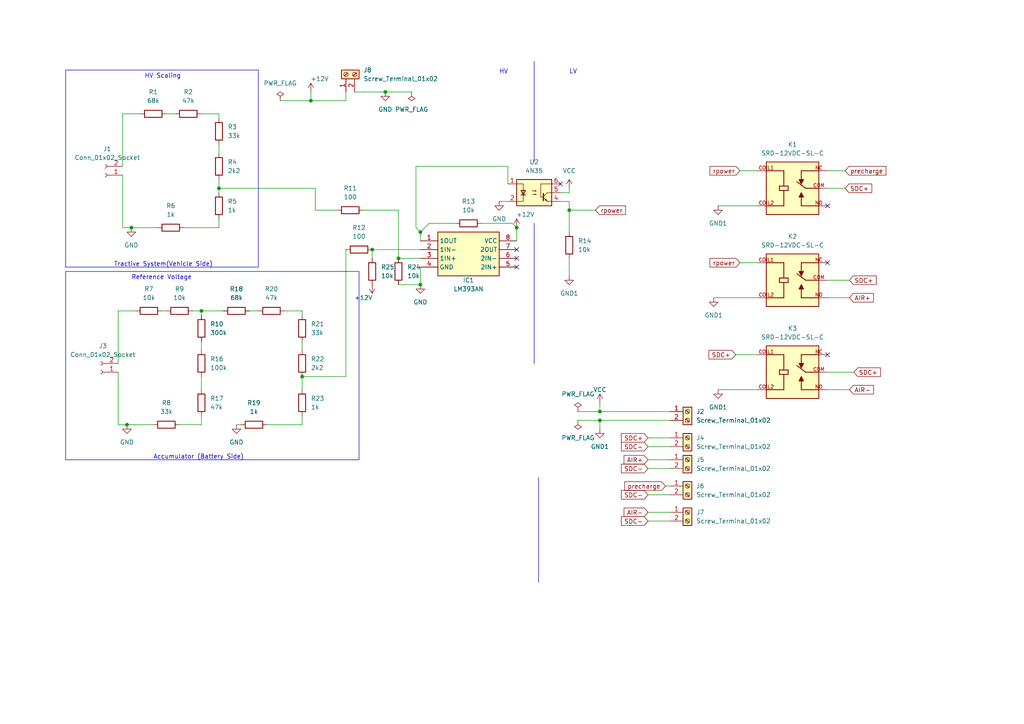
<source format=kicad_sch>
(kicad_sch (version 20230121) (generator eeschema)
  (paper "A4")
  (lib_symbols
    (symbol "Connector:Conn_01x02_Socket" (pin_names (offset 1.016) hide)
      (property "Reference" "J" (at 0 2.54 0))
      (property "Value" "Conn_01x02_Socket" (at 0 -5.08 0))
      (symbol "Conn_01x02_Socket_1_1"
        (arc (start 0 -2.032) (mid -0.5058 -2.54) (end 0 -3.048) (stroke (width 0.1524)))
        (polyline (pts (xy -1.27 -2.54) (xy -0.508 -2.54)) (stroke (width 0.1524)))
        (polyline (pts (xy -1.27 0) (xy -0.508 0)) (stroke (width 0.1524)))
        (arc (start 0 0.508) (mid -0.5058 0) (end 0 -0.508) (stroke (width 0.1524)))
        (pin passive line (at -5.08 0 0) (length 3.81) (name "Pin_1") (number "1"))
        (pin passive line (at -5.08 -2.54 0) (length 3.81) (name "Pin_2") (number "2"))
      )
    )
    (symbol "Connector:Screw_Terminal_01x02" (pin_names (offset 1.016) hide)
      (property "Reference" "J" (at 0 2.54 0))
      (property "Value" "Screw_Terminal_01x02" (at 0 -5.08 0))
      (symbol "Screw_Terminal_01x02_1_1"
        (rectangle (start -1.27 1.27) (end 1.27 -3.81) (stroke (width 0.254)) (fill (type background)))
        (circle (center 0 -2.54) (radius 0.635) (stroke (width 0.1524)))
        (polyline (pts (xy -0.5334 -2.2098) (xy 0.3302 -3.048)) (stroke (width 0.1524)))
        (polyline (pts (xy -0.5334 0.3302) (xy 0.3302 -0.508)) (stroke (width 0.1524)))
        (polyline (pts (xy -0.3556 -2.032) (xy 0.508 -2.8702)) (stroke (width 0.1524)))
        (polyline (pts (xy -0.3556 0.508) (xy 0.508 -0.3302)) (stroke (width 0.1524)))
        (circle (center 0 0) (radius 0.635) (stroke (width 0.1524)))
        (pin passive line (at -5.08 0 0) (length 3.81) (name "Pin_1") (number "1"))
        (pin passive line (at -5.08 -2.54 0) (length 3.81) (name "Pin_2") (number "2"))
      )
    )
    (symbol "Device:R" (pin_numbers hide) (pin_names (offset 0))
      (property "Reference" "R" (at 2.032 0 90))
      (property "Value" "R" (at 0 0 90))
      (symbol "R_0_1"
        (rectangle (start -1.016 -2.54) (end 1.016 2.54) (stroke (width 0.254)))
      )
      (symbol "R_1_1"
        (pin passive line (at 0 3.81 270) (length 1.27) (name "~") (number "1"))
        (pin passive line (at 0 -3.81 90) (length 1.27) (name "~") (number "2"))
      )
    )
    (symbol "Isolator:4N35" (pin_names (offset 1.016))
      (property "Reference" "U" (at -5.08 5.08 0))
      (property "Value" "4N35" (at 0 5.08 0))
      (symbol "4N35_0_1"
        (rectangle (start -5.08 3.81) (end 5.08 -3.81) (stroke (width 0.254)) (fill (type background)))
        (polyline (pts (xy -3.81 -0.635) (xy -2.54 -0.635)) (stroke (width 0.254)))
        (polyline (pts (xy 2.667 -1.397) (xy 3.81 -2.54)))
        (polyline (pts (xy 2.667 -1.143) (xy 3.81 0)))
        (polyline (pts (xy 3.81 -2.54) (xy 5.08 -2.54)))
        (polyline (pts (xy 3.81 0) (xy 5.08 0)))
        (polyline (pts (xy 2.667 -0.254) (xy 2.667 -2.286) (xy 2.667 -2.286)) (stroke (width 0.3556)))
        (polyline (pts (xy -5.08 -2.54) (xy -3.175 -2.54) (xy -3.175 2.54) (xy -5.08 2.54)))
        (polyline (pts (xy -3.175 -0.635) (xy -3.81 0.635) (xy -2.54 0.635) (xy -3.175 -0.635)) (stroke (width 0.254)))
        (polyline (pts (xy 3.683 -2.413) (xy 3.429 -1.905) (xy 3.175 -2.159) (xy 3.683 -2.413)))
        (polyline (pts (xy 5.08 2.54) (xy 1.905 2.54) (xy 1.905 -1.27) (xy 2.54 -1.27)))
        (polyline (pts (xy -0.635 -0.508) (xy 0.635 -0.508) (xy 0.254 -0.635) (xy 0.254 -0.381) (xy 0.635 -0.508)))
        (polyline (pts (xy -0.635 0.508) (xy 0.635 0.508) (xy 0.254 0.381) (xy 0.254 0.635) (xy 0.635 0.508)))
      )
      (symbol "4N35_1_1"
        (pin passive line (at -7.62 2.54 0) (length 2.54) (name "~") (number "1"))
        (pin passive line (at -7.62 -2.54 0) (length 2.54) (name "~") (number "2"))
        (pin no_connect line (at -5.08 0 0) (length 2.54) hide (name "NC") (number "3"))
        (pin passive line (at 7.62 -2.54 180) (length 2.54) (name "~") (number "4"))
        (pin passive line (at 7.62 0 180) (length 2.54) (name "~") (number "5"))
        (pin passive line (at 7.62 2.54 180) (length 2.54) (name "~") (number "6"))
      )
    )
    (symbol "LM393AN:LM393AN"
      (property "Reference" "IC" (at 24.13 7.62 0))
      (property "Value" "LM393AN" (at 24.13 5.08 0))
      (symbol "LM393AN_1_1"
        (rectangle (start 5.08 2.54) (end 22.86 -10.16) (stroke (width 0.254)) (fill (type background)))
        (pin passive line (at 0 0 0) (length 5.08) (name "1OUT") (number "1"))
        (pin passive line (at 0 -2.54 0) (length 5.08) (name "1IN-") (number "2"))
        (pin passive line (at 0 -5.08 0) (length 5.08) (name "1IN+") (number "3"))
        (pin passive line (at 0 -7.62 0) (length 5.08) (name "GND") (number "4"))
        (pin passive line (at 27.94 -7.62 180) (length 5.08) (name "2IN+") (number "5"))
        (pin passive line (at 27.94 -5.08 180) (length 5.08) (name "2IN-") (number "6"))
        (pin passive line (at 27.94 -2.54 180) (length 5.08) (name "2OUT") (number "7"))
        (pin passive line (at 27.94 0 180) (length 5.08) (name "VCC") (number "8"))
      )
    )
    (symbol "SRD-12VDC-SL-C[1]:SRD-12VDC-SL-C" (pin_names (offset 1.016))
      (property "Reference" "K" (at -7.62 8.89 0))
      (property "Value" "SRD-12VDC-SL-C" (at -7.62 -10.16 0))
      (symbol "SRD-12VDC-SL-C_0_0"
        (rectangle (start -7.62 -7.62) (end 7.62 7.62) (stroke (width 0.254)) (fill (type background)))
        (polyline (pts (xy -7.62 -5.08) (xy -2.54 -5.08)) (stroke (width 0.254)))
        (polyline (pts (xy -7.62 5.08) (xy -2.54 5.08)) (stroke (width 0.254)))
        (polyline (pts (xy -3.81 -0.635) (xy -3.81 0.635)) (stroke (width 0.254)))
        (polyline (pts (xy -3.81 0.635) (xy -2.54 0.635)) (stroke (width 0.254)))
        (polyline (pts (xy -2.54 -0.635) (xy -3.81 -0.635)) (stroke (width 0.254)))
        (polyline (pts (xy -2.54 -0.635) (xy -2.54 -5.08)) (stroke (width 0.254)))
        (polyline (pts (xy -2.54 0.635) (xy -1.27 0.635)) (stroke (width 0.254)))
        (polyline (pts (xy -2.54 5.08) (xy -2.54 0.635)) (stroke (width 0.254)))
        (polyline (pts (xy -1.27 -0.635) (xy -2.54 -0.635)) (stroke (width 0.254)))
        (polyline (pts (xy -1.27 0.635) (xy -1.27 -0.635)) (stroke (width 0.254)))
        (polyline (pts (xy 2.54 -5.08) (xy 2.54 -2.54)) (stroke (width 0.254)))
        (polyline (pts (xy 2.54 5.08) (xy 2.54 2.54)) (stroke (width 0.254)))
        (polyline (pts (xy 2.54 5.08) (xy 7.62 5.08)) (stroke (width 0.254)))
        (polyline (pts (xy 3.81 0) (xy 1.27 1.905)) (stroke (width 0.254)))
        (polyline (pts (xy 7.62 -5.08) (xy 2.54 -5.08)) (stroke (width 0.254)))
        (polyline (pts (xy 7.62 0) (xy 3.81 0)) (stroke (width 0.254)))
        (polyline (pts (xy 1.905 -2.54) (xy 3.175 -2.54) (xy 2.54 -1.27) (xy 1.905 -2.54)) (stroke (width 0.254)) (fill (type outline)))
        (polyline (pts (xy 3.175 2.54) (xy 1.905 2.54) (xy 2.54 1.27) (xy 3.175 2.54)) (stroke (width 0.254)) (fill (type outline)))
        (pin passive line (at -10.16 5.08 0) (length 5.08) (name "~") (number "COIL1"))
        (pin passive line (at -10.16 -5.08 0) (length 5.08) (name "~") (number "COIL2"))
        (pin passive line (at 10.16 0 180) (length 5.08) (name "~") (number "COM"))
        (pin passive line (at 10.16 5.08 180) (length 5.08) (name "~") (number "NC"))
        (pin passive line (at 10.16 -5.08 180) (length 5.08) (name "~") (number "NO"))
      )
    )
    (symbol "power:+12V" (power) (pin_names (offset 0))
      (property "Value" "+12V" (at 0 3.556 0))
      (symbol "+12V_0_1"
        (polyline (pts (xy -0.762 1.27) (xy 0 2.54)))
        (polyline (pts (xy 0 0) (xy 0 2.54)))
        (polyline (pts (xy 0 2.54) (xy 0.762 1.27)))
      )
      (symbol "+12V_1_1"
        (pin power_in line (at 0 0 90) (length 0) hide (name "+12V") (number "1"))
      )
    )
    (symbol "power:GND" (power) (pin_names (offset 0))
      (property "Value" "GND" (at 0 -3.81 0))
      (symbol "GND_0_1"
        (polyline (pts (xy 0 0) (xy 0 -1.27) (xy 1.27 -1.27) (xy 0 -2.54) (xy -1.27 -1.27) (xy 0 -1.27)))
      )
      (symbol "GND_1_1"
        (pin power_in line (at 0 0 270) (length 0) hide (name "GND") (number "1"))
      )
    )
    (symbol "power:GND1" (power) (pin_names (offset 0))
      (property "Value" "GND1" (at 0 -3.81 0))
      (symbol "GND1_0_1"
        (polyline (pts (xy 0 0) (xy 0 -1.27) (xy 1.27 -1.27) (xy 0 -2.54) (xy -1.27 -1.27) (xy 0 -1.27)))
      )
      (symbol "GND1_1_1"
        (pin power_in line (at 0 0 270) (length 0) hide (name "GND1") (number "1"))
      )
    )
    (symbol "power:PWR_FLAG" (power) (pin_numbers hide) (pin_names (offset 0) hide)
      (property "Value" "PWR_FLAG" (at 0 3.81 0))
      (symbol "PWR_FLAG_0_0"
        (pin power_out line (at 0 0 90) (length 0) (name "pwr") (number "1"))
      )
      (symbol "PWR_FLAG_0_1"
        (polyline (pts (xy 0 0) (xy 0 1.27) (xy -1.016 1.905) (xy 0 2.54) (xy 1.016 1.905) (xy 0 1.27)))
      )
    )
    (symbol "power:VCC" (power) (pin_names (offset 0))
      (property "Value" "VCC" (at 0 3.81 0))
      (symbol "VCC_0_1"
        (polyline (pts (xy -0.762 1.27) (xy 0 2.54)))
        (polyline (pts (xy 0 0) (xy 0 2.54)))
        (polyline (pts (xy 0 2.54) (xy 0.762 1.27)))
      )
      (symbol "VCC_1_1"
        (pin power_in line (at 0 0 90) (length 0) hide (name "VCC") (number "1"))
      )
    )
  )
  (junction (at 165.1 60.96))
  (junction (at 36.83 123.19))
  (junction (at 173.99 121.92))
  (junction (at 87.63 109.22))
  (junction (at 149.86 66.04))
  (junction (at 121.92 82.55))
  (junction (at 63.5 54.61))
  (junction (at 38.1 66.04))
  (junction (at 115.57 74.93))
  (junction (at 107.95 72.39))
  (junction (at 58.42 90.17))
  (junction (at 90.17 29.21))
  (junction (at 121.92 67.31))
  (junction (at 173.99 119.38))
  (junction (at 111.76 26.67))
  (no_connect (at 162.56 53.34))
  (no_connect (at 240.03 102.87))
  (no_connect (at 149.86 74.93))
  (no_connect (at 149.86 77.47))
  (no_connect (at 240.03 59.69))
  (no_connect (at 240.03 76.2))
  (no_connect (at 149.86 72.39))
  (wire (pts (xy 173.99 121.92) (xy 173.99 124.46)))
  (wire (pts (xy 187.96 143.51) (xy 194.31 143.51)))
  (wire (pts (xy 208.28 113.03) (xy 219.71 113.03)))
  (wire (pts (xy 90.17 29.21) (xy 100.33 29.21)))
  (wire (pts (xy 55.88 90.17) (xy 58.42 90.17)))
  (wire (pts (xy 149.86 66.04) (xy 149.86 69.85)))
  (wire (pts (xy 81.28 29.21) (xy 90.17 29.21)))
  (wire (pts (xy 100.33 26.67) (xy 100.33 29.21)))
  (wire (pts (xy 187.96 129.54) (xy 194.31 129.54)))
  (wire (pts (xy 77.47 123.19) (xy 87.63 123.19)))
  (wire (pts (xy 111.76 26.67) (xy 119.38 26.67)))
  (wire (pts (xy 35.56 33.02) (xy 40.64 33.02)))
  (wire (pts (xy 52.07 123.19) (xy 58.42 123.19)))
  (wire (pts (xy 213.36 102.87) (xy 219.71 102.87)))
  (wire (pts (xy 53.34 66.04) (xy 63.5 66.04)))
  (wire (pts (xy 58.42 109.22) (xy 58.42 113.03)))
  (wire (pts (xy 187.96 148.59) (xy 194.31 148.59)))
  (wire (pts (xy 214.63 76.2) (xy 219.71 76.2)))
  (wire (pts (xy 120.65 48.26) (xy 147.32 48.26)))
  (wire (pts (xy 240.03 54.61) (xy 245.11 54.61)))
  (wire (pts (xy 105.41 60.96) (xy 115.57 60.96)))
  (wire (pts (xy 115.57 60.96) (xy 115.57 74.93)))
  (wire (pts (xy 115.57 82.55) (xy 121.92 82.55)))
  (wire (pts (xy 167.64 121.92) (xy 173.99 121.92)))
  (wire (pts (xy 38.1 66.04) (xy 45.72 66.04)))
  (wire (pts (xy 187.96 127) (xy 194.31 127)))
  (wire (pts (xy 162.56 58.42) (xy 165.1 58.42)))
  (wire (pts (xy 91.44 54.61) (xy 91.44 60.96)))
  (wire (pts (xy 72.39 90.17) (xy 74.93 90.17)))
  (wire (pts (xy 35.56 50.8) (xy 35.56 66.04)))
  (wire (pts (xy 173.99 119.38) (xy 194.31 119.38)))
  (wire (pts (xy 34.29 123.19) (xy 36.83 123.19)))
  (wire (pts (xy 63.5 52.07) (xy 63.5 54.61)))
  (wire (pts (xy 121.92 67.31) (xy 121.92 69.85)))
  (wire (pts (xy 100.33 72.39) (xy 100.33 109.22)))
  (wire (pts (xy 165.1 74.93) (xy 165.1 80.01)))
  (wire (pts (xy 35.56 66.04) (xy 38.1 66.04)))
  (wire (pts (xy 58.42 99.06) (xy 58.42 101.6)))
  (wire (pts (xy 121.92 77.47) (xy 121.92 82.55)))
  (wire (pts (xy 58.42 33.02) (xy 63.5 33.02)))
  (wire (pts (xy 187.96 151.13) (xy 194.31 151.13)))
  (wire (pts (xy 87.63 109.22) (xy 87.63 113.03)))
  (wire (pts (xy 36.83 123.19) (xy 44.45 123.19)))
  (wire (pts (xy 107.95 72.39) (xy 107.95 74.93)))
  (wire (pts (xy 207.01 86.36) (xy 219.71 86.36)))
  (wire (pts (xy 82.55 90.17) (xy 87.63 90.17)))
  (wire (pts (xy 87.63 109.22) (xy 100.33 109.22)))
  (wire (pts (xy 165.1 55.88) (xy 162.56 55.88)))
  (wire (pts (xy 240.03 107.95) (xy 247.65 107.95)))
  (wire (pts (xy 34.29 107.95) (xy 34.29 123.19)))
  (wire (pts (xy 48.26 33.02) (xy 50.8 33.02)))
  (wire (pts (xy 58.42 90.17) (xy 58.42 91.44)))
  (wire (pts (xy 34.29 105.41) (xy 34.29 90.17)))
  (wire (pts (xy 63.5 54.61) (xy 63.5 55.88)))
  (wire (pts (xy 34.29 90.17) (xy 39.37 90.17)))
  (wire (pts (xy 173.99 116.84) (xy 173.99 119.38)))
  (wire (pts (xy 90.17 26.67) (xy 90.17 29.21)))
  (wire (pts (xy 165.1 58.42) (xy 165.1 60.96)))
  (wire (pts (xy 240.03 49.53) (xy 245.11 49.53)))
  (wire (pts (xy 147.32 48.26) (xy 147.32 53.34)))
  (wire (pts (xy 107.95 72.39) (xy 121.92 72.39)))
  (wire (pts (xy 87.63 90.17) (xy 87.63 91.44)))
  (wire (pts (xy 187.96 135.89) (xy 194.31 135.89)))
  (wire (pts (xy 173.99 121.92) (xy 194.31 121.92)))
  (wire (pts (xy 46.99 90.17) (xy 48.26 90.17)))
  (wire (pts (xy 63.5 54.61) (xy 91.44 54.61)))
  (wire (pts (xy 165.1 60.96) (xy 165.1 67.31)))
  (wire (pts (xy 214.63 49.53) (xy 219.71 49.53)))
  (wire (pts (xy 139.7 64.77) (xy 148.59 64.77)))
  (wire (pts (xy 63.5 41.91) (xy 63.5 44.45)))
  (wire (pts (xy 102.87 26.67) (xy 111.76 26.67)))
  (wire (pts (xy 124.46 64.77) (xy 121.92 67.31)))
  (wire (pts (xy 165.1 60.96) (xy 172.72 60.96)))
  (wire (pts (xy 240.03 113.03) (xy 246.38 113.03)))
  (wire (pts (xy 35.56 48.26) (xy 35.56 33.02)))
  (wire (pts (xy 87.63 123.19) (xy 87.63 120.65)))
  (wire (pts (xy 208.28 59.69) (xy 219.71 59.69)))
  (wire (pts (xy 148.59 64.77) (xy 149.86 66.04)))
  (wire (pts (xy 87.63 99.06) (xy 87.63 101.6)))
  (wire (pts (xy 165.1 54.61) (xy 165.1 55.88)))
  (wire (pts (xy 58.42 123.19) (xy 58.42 120.65)))
  (wire (pts (xy 187.96 133.35) (xy 194.31 133.35)))
  (wire (pts (xy 144.78 58.42) (xy 147.32 58.42)))
  (wire (pts (xy 120.65 66.04) (xy 121.92 67.31)))
  (wire (pts (xy 63.5 33.02) (xy 63.5 34.29)))
  (wire (pts (xy 115.57 74.93) (xy 121.92 74.93)))
  (wire (pts (xy 193.04 140.97) (xy 194.31 140.97)))
  (wire (pts (xy 240.03 81.28) (xy 246.38 81.28)))
  (wire (pts (xy 120.65 48.26) (xy 120.65 66.04)))
  (wire (pts (xy 63.5 66.04) (xy 63.5 63.5)))
  (wire (pts (xy 132.08 64.77) (xy 124.46 64.77)))
  (wire (pts (xy 68.58 123.19) (xy 69.85 123.19)))
  (wire (pts (xy 240.03 86.36) (xy 246.38 86.36)))
  (wire (pts (xy 167.64 119.38) (xy 173.99 119.38)))
  (wire (pts (xy 58.42 90.17) (xy 64.77 90.17)))
  (wire (pts (xy 91.44 60.96) (xy 97.79 60.96)))
  (rectangle (start 154.94 17.78) (end 154.94 46.99))
  (rectangle (start 19.05 78.74) (end 104.14 133.35))
  (rectangle (start 154.94 64.77) (end 154.94 105.41))
  (rectangle (start 156.21 138.43) (end 156.21 168.91))
  (rectangle (start 19.05 20.32) (end 74.93 77.47))
  (text "Tractive System(Vehicle Side)" (at 33.02 77.47 0) (effects (font (size 1.27 1.27)) (justify left bottom)))
  (text "HV" (at 144.78 21.59 0) (effects (font (size 1.27 1.27)) (justify left bottom)))
  (text "LV" (at 165.1 21.59 0) (effects (font (size 1.27 1.27)) (justify left bottom)))
  (text "Reference Voltage" (at 38.1 81.28 0) (effects (font (size 1.27 1.27)) (justify left bottom)))
  (text "Accumulator (Battery Side)" (at 44.45 133.35 0) (effects (font (size 1.27 1.27)) (justify left bottom)))
  (text "HV Scaling" (at 41.91 22.86 0) (effects (font (size 1.27 1.27)) (justify left bottom)))
  (global_label "rpower" (shape input) (at 172.72 60.96 0) (property "Intersheetrefs" "${INTERSHEET_REFS}" (effects hide)))
  (global_label "SDC+" (shape input) (at 246.38 81.28 0) (property "Intersheetrefs" "${INTERSHEET_REFS}" (effects hide)))
  (global_label "AIR+" (shape input) (at 246.38 86.36 0) (property "Intersheetrefs" "${INTERSHEET_REFS}" (effects hide)))
  (global_label "SDC+" (shape input) (at 213.36 102.87 180) (property "Intersheetrefs" "${INTERSHEET_REFS}" (effects hide)))
  (global_label "SDC-" (shape input) (at 187.96 129.54 180) (property "Intersheetrefs" "${INTERSHEET_REFS}" (effects hide)))
  (global_label "SDC-" (shape input) (at 187.96 151.13 180) (property "Intersheetrefs" "${INTERSHEET_REFS}" (effects hide)))
  (global_label "SDC-" (shape input) (at 187.96 143.51 180) (property "Intersheetrefs" "${INTERSHEET_REFS}" (effects hide)))
  (global_label "SDC+" (shape input) (at 245.11 54.61 0) (property "Intersheetrefs" "${INTERSHEET_REFS}" (effects hide)))
  (global_label "SDC-" (shape input) (at 187.96 135.89 180) (property "Intersheetrefs" "${INTERSHEET_REFS}" (effects hide)))
  (global_label "rpower" (shape input) (at 214.63 76.2 180) (property "Intersheetrefs" "${INTERSHEET_REFS}" (effects hide)))
  (global_label "precharge" (shape input) (at 245.11 49.53 0) (property "Intersheetrefs" "${INTERSHEET_REFS}" (effects hide)))
  (global_label "AIR-" (shape input) (at 187.96 148.59 180) (property "Intersheetrefs" "${INTERSHEET_REFS}" (effects hide)))
  (global_label "AIR+" (shape input) (at 187.96 133.35 180) (property "Intersheetrefs" "${INTERSHEET_REFS}" (effects hide)))
  (global_label "rpower" (shape input) (at 214.63 49.53 180) (property "Intersheetrefs" "${INTERSHEET_REFS}" (effects hide)))
  (global_label "SDC+" (shape input) (at 247.65 107.95 0) (property "Intersheetrefs" "${INTERSHEET_REFS}" (effects hide)))
  (global_label "SDC+" (shape input) (at 187.96 127 180) (property "Intersheetrefs" "${INTERSHEET_REFS}" (effects hide)))
  (global_label "AIR-" (shape input) (at 246.38 113.03 0) (property "Intersheetrefs" "${INTERSHEET_REFS}" (effects hide)))
  (global_label "precharge" (shape input) (at 193.04 140.97 180) (property "Intersheetrefs" "${INTERSHEET_REFS}" (effects hide)))
  (symbol (lib_id "Device:R") (at 87.63 105.41 0) (unit 1)
    (property "Reference" "R22" (at 90.17 104.14 0) (effects (justify left)))
    (property "Value" "2k2" (at 90.17 106.68 0) (effects (justify left)))
    (property "Footprint" "Resistor_THT:R_Axial_DIN0207_L6.3mm_D2.5mm_P10.16mm_Horizontal" (effects hide))
  )
  (symbol (lib_id "power:VCC") (at 165.1 54.61 0) (unit 1)
    (property "Reference" "#PWR013" (effects hide))
    (property "Value" "VCC" (at 165.1 49.53 0))
  )
  (symbol (lib_id "Device:R") (at 63.5 38.1 0) (unit 1)
    (property "Reference" "R3" (at 66.04 36.83 0) (effects (justify left)))
    (property "Value" "33k" (at 66.04 39.37 0) (effects (justify left)))
    (property "Footprint" "Resistor_THT:R_Axial_DIN0207_L6.3mm_D2.5mm_P10.16mm_Horizontal" (effects hide))
  )
  (symbol (lib_id "power:VCC") (at 173.99 116.84 0) (unit 1)
    (property "Reference" "#PWR011" (effects hide))
    (property "Value" "VCC" (at 173.99 113.03 0))
  )
  (symbol (lib_id "Device:R") (at 101.6 60.96 90) (unit 1)
    (property "Reference" "R11" (at 101.6 54.61 90))
    (property "Value" "100" (at 101.6 57.15 90))
    (property "Footprint" "Resistor_THT:R_Axial_DIN0207_L6.3mm_D2.5mm_P10.16mm_Horizontal" (effects hide))
  )
  (symbol (lib_id "Device:R") (at 49.53 66.04 90) (unit 1)
    (property "Reference" "R6" (at 49.53 59.69 90))
    (property "Value" "1k" (at 49.53 62.23 90))
    (property "Footprint" "Resistor_THT:R_Axial_DIN0207_L6.3mm_D2.5mm_P10.16mm_Horizontal" (effects hide))
  )
  (symbol (lib_id "power:GND") (at 68.58 123.19 0) (unit 1)
    (property "Reference" "#PWR07" (effects hide))
    (property "Value" "GND" (at 68.58 128.27 0))
  )
  (symbol (lib_id "Device:R") (at 48.26 123.19 90) (unit 1)
    (property "Reference" "R8" (at 48.26 116.84 90))
    (property "Value" "33k" (at 48.26 119.38 90))
    (property "Footprint" "Resistor_THT:R_Axial_DIN0207_L6.3mm_D2.5mm_P10.16mm_Horizontal" (effects hide))
  )
  (symbol (lib_id "Device:R") (at 115.57 78.74 0) (unit 1)
    (property "Reference" "R24" (at 118.11 77.47 0) (effects (justify left)))
    (property "Value" "10k" (at 118.11 80.01 0) (effects (justify left)))
    (property "Footprint" "Resistor_THT:R_Axial_DIN0207_L6.3mm_D2.5mm_P10.16mm_Horizontal" (effects hide))
  )
  (symbol (lib_id "power:+12V") (at 107.95 82.55 180) (unit 1)
    (property "Reference" "#PWR09" (effects hide))
    (property "Value" "+12V" (at 105.41 86.36 0))
  )
  (symbol (lib_id "Connector:Screw_Terminal_01x02") (at 100.33 21.59 90) (unit 1)
    (property "Reference" "J8" (at 105.41 20.32 90) (effects (justify right)))
    (property "Value" "Screw_Terminal_01x02" (at 105.41 22.86 90) (effects (justify right)))
    (property "Footprint" "TerminalBlock_Phoenix:TerminalBlock_Phoenix_MKDS-1,5-2-5.08_1x02_P5.08mm_Horizontal" (effects hide))
  )
  (symbol (lib_id "power:GND") (at 36.83 123.19 0) (unit 1)
    (property "Reference" "#PWR01" (effects hide))
    (property "Value" "GND" (at 36.83 128.27 0))
  )
  (symbol (lib_id "Device:R") (at 107.95 78.74 180) (unit 1)
    (property "Reference" "R25" (at 110.49 77.47 0) (effects (justify right)))
    (property "Value" "10k" (at 110.49 80.01 0) (effects (justify right)))
    (property "Footprint" "Resistor_THT:R_Axial_DIN0207_L6.3mm_D2.5mm_P10.16mm_Horizontal" (effects hide))
  )
  (symbol (lib_id "Device:R") (at 54.61 33.02 90) (unit 1)
    (property "Reference" "R2" (at 54.61 26.67 90))
    (property "Value" "47k" (at 54.61 29.21 90))
    (property "Footprint" "Resistor_THT:R_Axial_DIN0207_L6.3mm_D2.5mm_P10.16mm_Horizontal" (effects hide))
  )
  (symbol (lib_id "power:PWR_FLAG") (at 167.64 121.92 180) (unit 1)
    (property "Reference" "#FLG04" (effects hide))
    (property "Value" "PWR_FLAG" (at 167.64 127 0))
  )
  (symbol (lib_id "Device:R") (at 87.63 116.84 0) (unit 1)
    (property "Reference" "R23" (at 90.17 115.57 0) (effects (justify left)))
    (property "Value" "1k" (at 90.17 118.11 0) (effects (justify left)))
    (property "Footprint" "Resistor_THT:R_Axial_DIN0207_L6.3mm_D2.5mm_P10.16mm_Horizontal" (effects hide))
  )
  (symbol (lib_id "Connector:Conn_01x02_Socket") (at 29.21 107.95 180) (unit 1)
    (property "Reference" "J3" (at 29.845 100.33 0))
    (property "Value" "Conn_01x02_Socket" (at 29.845 102.87 0))
    (property "Footprint" "TerminalBlock_Phoenix:TerminalBlock_Phoenix_MKDS-1,5-2-5.08_1x02_P5.08mm_Horizontal" (effects hide))
  )
  (symbol (lib_id "Connector:Screw_Terminal_01x02") (at 199.39 119.38 0) (unit 1)
    (property "Reference" "J2" (at 201.93 119.38 0) (effects (justify left)))
    (property "Value" "Screw_Terminal_01x02" (at 201.93 121.92 0) (effects (justify left)))
    (property "Footprint" "TerminalBlock_Phoenix:TerminalBlock_Phoenix_MKDS-1,5-2-5.08_1x02_P5.08mm_Horizontal" (effects hide))
  )
  (symbol (lib_id "Device:R") (at 165.1 71.12 0) (unit 1)
    (property "Reference" "R14" (at 167.64 69.85 0) (effects (justify left)))
    (property "Value" "10k" (at 167.64 72.39 0) (effects (justify left)))
    (property "Footprint" "Resistor_THT:R_Axial_DIN0207_L6.3mm_D2.5mm_P10.16mm_Horizontal" (effects hide))
  )
  (symbol (lib_id "power:+12V") (at 90.17 26.67 0) (unit 1)
    (property "Reference" "#PWR02" (effects hide))
    (property "Value" "+12V" (at 92.71 22.86 0))
  )
  (symbol (lib_id "Connector:Screw_Terminal_01x02") (at 199.39 127 0) (unit 1)
    (property "Reference" "J4" (at 201.93 127 0) (effects (justify left)))
    (property "Value" "Screw_Terminal_01x02" (at 201.93 129.54 0) (effects (justify left)))
    (property "Footprint" "TerminalBlock_Phoenix:TerminalBlock_Phoenix_MKDS-1,5-2-5.08_1x02_P5.08mm_Horizontal" (effects hide))
  )
  (symbol (lib_id "Device:R") (at 58.42 105.41 0) (unit 1)
    (property "Reference" "R16" (at 60.96 104.14 0) (effects (justify left)))
    (property "Value" "100k" (at 60.96 106.68 0) (effects (justify left)))
    (property "Footprint" "Resistor_THT:R_Axial_DIN0207_L6.3mm_D2.5mm_P10.16mm_Horizontal" (effects hide))
  )
  (symbol (lib_id "Device:R") (at 87.63 95.25 0) (unit 1)
    (property "Reference" "R21" (at 90.17 93.98 0) (effects (justify left)))
    (property "Value" "33k" (at 90.17 96.52 0) (effects (justify left)))
    (property "Footprint" "Resistor_THT:R_Axial_DIN0207_L6.3mm_D2.5mm_P10.16mm_Horizontal" (effects hide))
  )
  (symbol (lib_id "Device:R") (at 73.66 123.19 90) (unit 1)
    (property "Reference" "R19" (at 73.66 116.84 90))
    (property "Value" "1k" (at 73.66 119.38 90))
    (property "Footprint" "Resistor_THT:R_Axial_DIN0207_L6.3mm_D2.5mm_P10.16mm_Horizontal" (effects hide))
  )
  (symbol (lib_id "power:GND") (at 111.76 26.67 0) (unit 1)
    (property "Reference" "#PWR05" (effects hide))
    (property "Value" "GND" (at 111.76 31.75 0))
  )
  (symbol (lib_id "Isolator:4N35") (at 154.94 55.88 0) (unit 1)
    (property "Reference" "U2" (at 154.94 46.99 0))
    (property "Value" "4N35" (at 154.94 49.53 0))
    (property "Footprint" "Package_DIP:DIP-6_W7.62mm" (effects hide))
    (property "Datasheet" "https://www.vishay.com/docs/81181/4n35.pdf" (effects hide))
  )
  (symbol (lib_id "Device:R") (at 63.5 59.69 0) (unit 1)
    (property "Reference" "R5" (at 66.04 58.42 0) (effects (justify left)))
    (property "Value" "1k" (at 66.04 60.96 0) (effects (justify left)))
    (property "Footprint" "Resistor_THT:R_Axial_DIN0207_L6.3mm_D2.5mm_P10.16mm_Horizontal" (effects hide))
  )
  (symbol (lib_id "Connector:Screw_Terminal_01x02") (at 199.39 133.35 0) (unit 1)
    (property "Reference" "J5" (at 201.93 133.35 0) (effects (justify left)))
    (property "Value" "Screw_Terminal_01x02" (at 201.93 135.89 0) (effects (justify left)))
    (property "Footprint" "TerminalBlock_Phoenix:TerminalBlock_Phoenix_MKDS-1,5-2-5.08_1x02_P5.08mm_Horizontal" (effects hide))
  )
  (symbol (lib_id "power:+12V") (at 149.86 66.04 0) (unit 1)
    (property "Reference" "#PWR06" (effects hide))
    (property "Value" "+12V" (at 152.4 62.23 0))
  )
  (symbol (lib_id "power:GND1") (at 165.1 80.01 0) (unit 1)
    (property "Reference" "#PWR014" (effects hide))
    (property "Value" "GND1" (at 165.1 85.09 0))
  )
  (symbol (lib_id "power:GND") (at 38.1 66.04 0) (unit 1)
    (property "Reference" "#PWR03" (effects hide))
    (property "Value" "GND" (at 38.1 71.12 0))
  )
  (symbol (lib_id "SRD-12VDC-SL-C[1]:SRD-12VDC-SL-C") (at 229.87 107.95 0) (unit 1)
    (property "Reference" "K3" (at 229.87 95.25 0))
    (property "Value" "SRD-12VDC-SL-C" (at 229.87 97.79 0))
    (property "Footprint" "SRD-12VDC-SL-C:RELAY_SRD-12VDC-SL-C" (effects hide))
    (property "PARTREV" "1.0" (effects hide))
    (property "STANDARD" "IPC 7351B" (effects hide))
    (property "MAXIMUM_PACKAGE_HEIGHT" "15.8 mm" (effects hide))
    (property "MANUFACTURER" "Songle Relay" (effects hide))
  )
  (symbol (lib_id "Connector:Screw_Terminal_01x02") (at 199.39 148.59 0) (unit 1)
    (property "Reference" "J7" (at 201.93 148.59 0) (effects (justify left)))
    (property "Value" "Screw_Terminal_01x02" (at 201.93 151.13 0) (effects (justify left)))
    (property "Footprint" "TerminalBlock_Phoenix:TerminalBlock_Phoenix_MKDS-1,5-2-5.08_1x02_P5.08mm_Horizontal" (effects hide))
  )
  (symbol (lib_id "power:PWR_FLAG") (at 119.38 26.67 180) (unit 1)
    (property "Reference" "#FLG02" (effects hide))
    (property "Value" "PWR_FLAG" (at 119.38 31.75 0))
  )
  (symbol (lib_id "Device:R") (at 68.58 90.17 270) (unit 1)
    (property "Reference" "R18" (at 68.58 83.82 90))
    (property "Value" "68k" (at 68.58 86.36 90))
    (property "Footprint" "Resistor_THT:R_Axial_DIN0207_L6.3mm_D2.5mm_P10.16mm_Horizontal" (effects hide))
  )
  (symbol (lib_id "Device:R") (at 58.42 95.25 0) (unit 1)
    (property "Reference" "R10" (at 60.96 93.98 0) (effects (justify left)))
    (property "Value" "300k" (at 60.96 96.52 0) (effects (justify left)))
    (property "Footprint" "Resistor_THT:R_Axial_DIN0207_L6.3mm_D2.5mm_P10.16mm_Horizontal" (effects hide))
  )
  (symbol (lib_id "Device:R") (at 63.5 48.26 0) (unit 1)
    (property "Reference" "R4" (at 66.04 46.99 0) (effects (justify left)))
    (property "Value" "2k2" (at 66.04 49.53 0) (effects (justify left)))
    (property "Footprint" "Resistor_THT:R_Axial_DIN0207_L6.3mm_D2.5mm_P10.16mm_Horizontal" (effects hide))
  )
  (symbol (lib_id "power:PWR_FLAG") (at 167.64 119.38 0) (unit 1)
    (property "Reference" "#FLG03" (effects hide))
    (property "Value" "PWR_FLAG" (at 167.64 114.3 0))
  )
  (symbol (lib_id "power:GND1") (at 207.01 86.36 0) (unit 1)
    (property "Reference" "#PWR017" (effects hide))
    (property "Value" "GND1" (at 207.01 91.44 0))
  )
  (symbol (lib_id "Device:R") (at 44.45 33.02 270) (unit 1)
    (property "Reference" "R1" (at 44.45 26.67 90))
    (property "Value" "68k" (at 44.45 29.21 90))
    (property "Footprint" "Resistor_THT:R_Axial_DIN0207_L6.3mm_D2.5mm_P10.16mm_Horizontal" (effects hide))
  )
  (symbol (lib_id "LM393AN:LM393AN") (at 121.92 69.85 0) (unit 1)
    (property "Reference" "IC1" (at 135.89 81.28 0))
    (property "Value" "LM393AN" (at 135.89 83.82 0))
    (property "Footprint" "LM393P THT:DIP794W45P254L959H508Q8" (effects hide))
    (property "Datasheet" "https://www.ti.com/lit/ds/symlink/lm393a.pdf?HQS=dis-mous-null-mousermode-dsf-pf-null-wwe&ts=1646047043124&ref_url=https%253A%252F%252Feu.mouser.com%252F" (effects hide))
    (property "Height" "5.08" (effects hide))
    (property "Manufacturer_Name" "Texas Instruments" (effects hide))
    (property "Manufacturer_Part_Number" "LM393AN" (effects hide))
    (property "Mouser Part Number" "N/A" (effects hide))
    (property "Mouser Price/Stock" "https://www.mouser.com/Search/Refine.aspx?Keyword=N%2FA" (effects hide))
  )
  (symbol (lib_id "Device:R") (at 58.42 116.84 0) (unit 1)
    (property "Reference" "R17" (at 60.96 115.57 0) (effects (justify left)))
    (property "Value" "47k" (at 60.96 118.11 0) (effects (justify left)))
    (property "Footprint" "Resistor_THT:R_Axial_DIN0207_L6.3mm_D2.5mm_P10.16mm_Horizontal" (effects hide))
  )
  (symbol (lib_id "Device:R") (at 52.07 90.17 90) (unit 1)
    (property "Reference" "R9" (at 52.07 83.82 90))
    (property "Value" "10k" (at 52.07 86.36 90))
    (property "Footprint" "Resistor_THT:R_Axial_DIN0207_L6.3mm_D2.5mm_P10.16mm_Horizontal" (effects hide))
  )
  (symbol (lib_id "Connector:Screw_Terminal_01x02") (at 199.39 140.97 0) (unit 1)
    (property "Reference" "J6" (at 201.93 140.97 0) (effects (justify left)))
    (property "Value" "Screw_Terminal_01x02" (at 201.93 143.51 0) (effects (justify left)))
    (property "Footprint" "TerminalBlock_Phoenix:TerminalBlock_Phoenix_MKDS-1,5-2-5.08_1x02_P5.08mm_Horizontal" (effects hide))
  )
  (symbol (lib_id "power:GND1") (at 208.28 59.69 0) (unit 1)
    (property "Reference" "#PWR016" (effects hide))
    (property "Value" "GND1" (at 208.28 64.77 0))
  )
  (symbol (lib_id "power:PWR_FLAG") (at 81.28 29.21 0) (unit 1)
    (property "Reference" "#FLG01" (effects hide))
    (property "Value" "PWR_FLAG" (at 81.28 24.13 0))
  )
  (symbol (lib_id "power:GND1") (at 208.28 113.03 0) (unit 1)
    (property "Reference" "#PWR018" (effects hide))
    (property "Value" "GND1" (at 208.28 118.11 0))
  )
  (symbol (lib_id "Device:R") (at 135.89 64.77 90) (unit 1)
    (property "Reference" "R13" (at 135.89 58.42 90))
    (property "Value" "10k" (at 135.89 60.96 90))
    (property "Footprint" "Resistor_THT:R_Axial_DIN0207_L6.3mm_D2.5mm_P10.16mm_Horizontal" (effects hide))
  )
  (symbol (lib_id "Connector:Conn_01x02_Socket") (at 30.48 50.8 180) (unit 1)
    (property "Reference" "J1" (at 31.115 43.18 0))
    (property "Value" "Conn_01x02_Socket" (at 31.115 45.72 0))
    (property "Footprint" "TerminalBlock_Phoenix:TerminalBlock_Phoenix_MKDS-1,5-2-5.08_1x02_P5.08mm_Horizontal" (effects hide))
  )
  (symbol (lib_id "power:GND") (at 144.78 58.42 0) (unit 1)
    (property "Reference" "#PWR08" (effects hide))
    (property "Value" "GND" (at 144.78 63.5 0))
  )
  (symbol (lib_id "Device:R") (at 43.18 90.17 270) (unit 1)
    (property "Reference" "R7" (at 43.18 83.82 90))
    (property "Value" "10k" (at 43.18 86.36 90))
    (property "Footprint" "Resistor_THT:R_Axial_DIN0207_L6.3mm_D2.5mm_P10.16mm_Horizontal" (effects hide))
  )
  (symbol (lib_id "SRD-12VDC-SL-C[1]:SRD-12VDC-SL-C") (at 229.87 81.28 0) (unit 1)
    (property "Reference" "K2" (at 229.87 68.58 0))
    (property "Value" "SRD-12VDC-SL-C" (at 229.87 71.12 0))
    (property "Footprint" "SRD-12VDC-SL-C:RELAY_SRD-12VDC-SL-C" (effects hide))
    (property "PARTREV" "1.0" (effects hide))
    (property "STANDARD" "IPC 7351B" (effects hide))
    (property "MAXIMUM_PACKAGE_HEIGHT" "15.8 mm" (effects hide))
    (property "MANUFACTURER" "Songle Relay" (effects hide))
  )
  (symbol (lib_id "Device:R") (at 78.74 90.17 90) (unit 1)
    (property "Reference" "R20" (at 78.74 83.82 90))
    (property "Value" "47k" (at 78.74 86.36 90))
    (property "Footprint" "Resistor_THT:R_Axial_DIN0207_L6.3mm_D2.5mm_P10.16mm_Horizontal" (effects hide))
  )
  (symbol (lib_id "power:GND1") (at 173.99 124.46 0) (unit 1)
    (property "Reference" "#PWR012" (effects hide))
    (property "Value" "GND1" (at 173.99 129.54 0))
  )
  (symbol (lib_id "power:GND") (at 121.92 82.55 0) (unit 1)
    (property "Reference" "#PWR04" (effects hide))
    (property "Value" "GND" (at 121.92 87.63 0))
  )
  (symbol (lib_id "Device:R") (at 104.14 72.39 90) (unit 1)
    (property "Reference" "R12" (at 104.14 66.04 90))
    (property "Value" "100" (at 104.14 68.58 90))
    (property "Footprint" "Resistor_THT:R_Axial_DIN0207_L6.3mm_D2.5mm_P10.16mm_Horizontal" (effects hide))
  )
  (symbol (lib_id "SRD-12VDC-SL-C[1]:SRD-12VDC-SL-C") (at 229.87 54.61 0) (unit 1)
    (property "Reference" "K1" (at 229.87 41.91 0))
    (property "Value" "SRD-12VDC-SL-C" (at 229.87 44.45 0))
    (property "Footprint" "SRD-12VDC-SL-C:RELAY_SRD-12VDC-SL-C" (effects hide))
    (property "PARTREV" "1.0" (effects hide))
    (property "STANDARD" "IPC 7351B" (effects hide))
    (property "MAXIMUM_PACKAGE_HEIGHT" "15.8 mm" (effects hide))
    (property "MANUFACTURER" "Songle Relay" (effects hide))
  )
)
</source>
